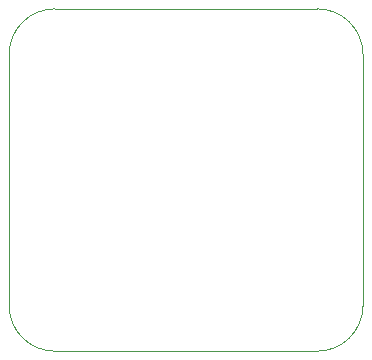
<source format=gbr>
%TF.GenerationSoftware,KiCad,Pcbnew,9.0.0-9.0.0-2~ubuntu24.04.1*%
%TF.CreationDate,2025-03-10T00:00:20+00:00*%
%TF.ProjectId,boondocker-softstart,626f6f6e-646f-4636-9b65-722d736f6674,rev?*%
%TF.SameCoordinates,Original*%
%TF.FileFunction,Profile,NP*%
%FSLAX46Y46*%
G04 Gerber Fmt 4.6, Leading zero omitted, Abs format (unit mm)*
G04 Created by KiCad (PCBNEW 9.0.0-9.0.0-2~ubuntu24.04.1) date 2025-03-10 00:00:20*
%MOMM*%
%LPD*%
G01*
G04 APERTURE LIST*
%TA.AperFunction,Profile*%
%ADD10C,0.050000*%
%TD*%
G04 APERTURE END LIST*
D10*
X109250000Y-100127639D02*
G75*
G02*
X105400000Y-103977639I-3849999J-1D01*
G01*
X79300000Y-78850000D02*
X79300000Y-100127639D01*
X83150000Y-103977639D02*
X105400000Y-103977638D01*
X83150000Y-103977639D02*
G75*
G02*
X79299961Y-100127639I0J3850039D01*
G01*
X109250000Y-100127639D02*
X109250002Y-78850000D01*
X105400000Y-75000000D02*
G75*
G02*
X109249961Y-78850000I-39J-3850000D01*
G01*
X79300000Y-78850000D02*
G75*
G02*
X83150000Y-75000000I3850000J0D01*
G01*
X105400000Y-75000000D02*
X83150000Y-75000000D01*
M02*

</source>
